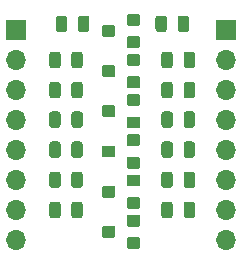
<source format=gbr>
G04 #@! TF.GenerationSoftware,KiCad,Pcbnew,(5.1.9)-1*
G04 #@! TF.CreationDate,2021-04-25T10:49:25+05:30*
G04 #@! TF.ProjectId,LOGIC LEVEL SHIFTER,4c4f4749-4320-44c4-9556-454c20534849,rev?*
G04 #@! TF.SameCoordinates,Original*
G04 #@! TF.FileFunction,Soldermask,Top*
G04 #@! TF.FilePolarity,Negative*
%FSLAX46Y46*%
G04 Gerber Fmt 4.6, Leading zero omitted, Abs format (unit mm)*
G04 Created by KiCad (PCBNEW (5.1.9)-1) date 2021-04-25 10:49:25*
%MOMM*%
%LPD*%
G01*
G04 APERTURE LIST*
%ADD10R,1.700000X1.700000*%
%ADD11O,1.700000X1.700000*%
G04 APERTURE END LIST*
G36*
G01*
X4612500Y806250D02*
X4612500Y-106250D01*
G75*
G02*
X4368750Y-350000I-243750J0D01*
G01*
X3881250Y-350000D01*
G75*
G02*
X3637500Y-106250I0J243750D01*
G01*
X3637500Y806250D01*
G75*
G02*
X3881250Y1050000I243750J0D01*
G01*
X4368750Y1050000D01*
G75*
G02*
X4612500Y806250I0J-243750D01*
G01*
G37*
G36*
G01*
X6487500Y806250D02*
X6487500Y-106250D01*
G75*
G02*
X6243750Y-350000I-243750J0D01*
G01*
X5756250Y-350000D01*
G75*
G02*
X5512500Y-106250I0J243750D01*
G01*
X5512500Y806250D01*
G75*
G02*
X5756250Y1050000I243750J0D01*
G01*
X6243750Y1050000D01*
G75*
G02*
X6487500Y806250I0J-243750D01*
G01*
G37*
G36*
G01*
X3075000Y-15856250D02*
X3075000Y-14943750D01*
G75*
G02*
X3318750Y-14700000I243750J0D01*
G01*
X3806250Y-14700000D01*
G75*
G02*
X4050000Y-14943750I0J-243750D01*
G01*
X4050000Y-15856250D01*
G75*
G02*
X3806250Y-16100000I-243750J0D01*
G01*
X3318750Y-16100000D01*
G75*
G02*
X3075000Y-15856250I0J243750D01*
G01*
G37*
G36*
G01*
X4950000Y-15856250D02*
X4950000Y-14943750D01*
G75*
G02*
X5193750Y-14700000I243750J0D01*
G01*
X5681250Y-14700000D01*
G75*
G02*
X5925000Y-14943750I0J-243750D01*
G01*
X5925000Y-15856250D01*
G75*
G02*
X5681250Y-16100000I-243750J0D01*
G01*
X5193750Y-16100000D01*
G75*
G02*
X4950000Y-15856250I0J243750D01*
G01*
G37*
G36*
G01*
X4950000Y-10756250D02*
X4950000Y-9843750D01*
G75*
G02*
X5193750Y-9600000I243750J0D01*
G01*
X5681250Y-9600000D01*
G75*
G02*
X5925000Y-9843750I0J-243750D01*
G01*
X5925000Y-10756250D01*
G75*
G02*
X5681250Y-11000000I-243750J0D01*
G01*
X5193750Y-11000000D01*
G75*
G02*
X4950000Y-10756250I0J243750D01*
G01*
G37*
G36*
G01*
X3075000Y-10756250D02*
X3075000Y-9843750D01*
G75*
G02*
X3318750Y-9600000I243750J0D01*
G01*
X3806250Y-9600000D01*
G75*
G02*
X4050000Y-9843750I0J-243750D01*
G01*
X4050000Y-10756250D01*
G75*
G02*
X3806250Y-11000000I-243750J0D01*
G01*
X3318750Y-11000000D01*
G75*
G02*
X3075000Y-10756250I0J243750D01*
G01*
G37*
G36*
G01*
X4950000Y-5706250D02*
X4950000Y-4793750D01*
G75*
G02*
X5193750Y-4550000I243750J0D01*
G01*
X5681250Y-4550000D01*
G75*
G02*
X5925000Y-4793750I0J-243750D01*
G01*
X5925000Y-5706250D01*
G75*
G02*
X5681250Y-5950000I-243750J0D01*
G01*
X5193750Y-5950000D01*
G75*
G02*
X4950000Y-5706250I0J243750D01*
G01*
G37*
G36*
G01*
X3075000Y-5706250D02*
X3075000Y-4793750D01*
G75*
G02*
X3318750Y-4550000I243750J0D01*
G01*
X3806250Y-4550000D01*
G75*
G02*
X4050000Y-4793750I0J-243750D01*
G01*
X4050000Y-5706250D01*
G75*
G02*
X3806250Y-5950000I-243750J0D01*
G01*
X3318750Y-5950000D01*
G75*
G02*
X3075000Y-5706250I0J243750D01*
G01*
G37*
G36*
G01*
X14450000Y-15856250D02*
X14450000Y-14943750D01*
G75*
G02*
X14693750Y-14700000I243750J0D01*
G01*
X15181250Y-14700000D01*
G75*
G02*
X15425000Y-14943750I0J-243750D01*
G01*
X15425000Y-15856250D01*
G75*
G02*
X15181250Y-16100000I-243750J0D01*
G01*
X14693750Y-16100000D01*
G75*
G02*
X14450000Y-15856250I0J243750D01*
G01*
G37*
G36*
G01*
X12575000Y-15856250D02*
X12575000Y-14943750D01*
G75*
G02*
X12818750Y-14700000I243750J0D01*
G01*
X13306250Y-14700000D01*
G75*
G02*
X13550000Y-14943750I0J-243750D01*
G01*
X13550000Y-15856250D01*
G75*
G02*
X13306250Y-16100000I-243750J0D01*
G01*
X12818750Y-16100000D01*
G75*
G02*
X12575000Y-15856250I0J243750D01*
G01*
G37*
G36*
G01*
X14450000Y-10756250D02*
X14450000Y-9843750D01*
G75*
G02*
X14693750Y-9600000I243750J0D01*
G01*
X15181250Y-9600000D01*
G75*
G02*
X15425000Y-9843750I0J-243750D01*
G01*
X15425000Y-10756250D01*
G75*
G02*
X15181250Y-11000000I-243750J0D01*
G01*
X14693750Y-11000000D01*
G75*
G02*
X14450000Y-10756250I0J243750D01*
G01*
G37*
G36*
G01*
X12575000Y-10756250D02*
X12575000Y-9843750D01*
G75*
G02*
X12818750Y-9600000I243750J0D01*
G01*
X13306250Y-9600000D01*
G75*
G02*
X13550000Y-9843750I0J-243750D01*
G01*
X13550000Y-10756250D01*
G75*
G02*
X13306250Y-11000000I-243750J0D01*
G01*
X12818750Y-11000000D01*
G75*
G02*
X12575000Y-10756250I0J243750D01*
G01*
G37*
G36*
G01*
X14450000Y-5706250D02*
X14450000Y-4793750D01*
G75*
G02*
X14693750Y-4550000I243750J0D01*
G01*
X15181250Y-4550000D01*
G75*
G02*
X15425000Y-4793750I0J-243750D01*
G01*
X15425000Y-5706250D01*
G75*
G02*
X15181250Y-5950000I-243750J0D01*
G01*
X14693750Y-5950000D01*
G75*
G02*
X14450000Y-5706250I0J243750D01*
G01*
G37*
G36*
G01*
X12575000Y-5706250D02*
X12575000Y-4793750D01*
G75*
G02*
X12818750Y-4550000I243750J0D01*
G01*
X13306250Y-4550000D01*
G75*
G02*
X13550000Y-4793750I0J-243750D01*
G01*
X13550000Y-5706250D01*
G75*
G02*
X13306250Y-5950000I-243750J0D01*
G01*
X12818750Y-5950000D01*
G75*
G02*
X12575000Y-5706250I0J243750D01*
G01*
G37*
G36*
G01*
X4950000Y-13306250D02*
X4950000Y-12393750D01*
G75*
G02*
X5193750Y-12150000I243750J0D01*
G01*
X5681250Y-12150000D01*
G75*
G02*
X5925000Y-12393750I0J-243750D01*
G01*
X5925000Y-13306250D01*
G75*
G02*
X5681250Y-13550000I-243750J0D01*
G01*
X5193750Y-13550000D01*
G75*
G02*
X4950000Y-13306250I0J243750D01*
G01*
G37*
G36*
G01*
X3075000Y-13306250D02*
X3075000Y-12393750D01*
G75*
G02*
X3318750Y-12150000I243750J0D01*
G01*
X3806250Y-12150000D01*
G75*
G02*
X4050000Y-12393750I0J-243750D01*
G01*
X4050000Y-13306250D01*
G75*
G02*
X3806250Y-13550000I-243750J0D01*
G01*
X3318750Y-13550000D01*
G75*
G02*
X3075000Y-13306250I0J243750D01*
G01*
G37*
G36*
G01*
X4950000Y-8206250D02*
X4950000Y-7293750D01*
G75*
G02*
X5193750Y-7050000I243750J0D01*
G01*
X5681250Y-7050000D01*
G75*
G02*
X5925000Y-7293750I0J-243750D01*
G01*
X5925000Y-8206250D01*
G75*
G02*
X5681250Y-8450000I-243750J0D01*
G01*
X5193750Y-8450000D01*
G75*
G02*
X4950000Y-8206250I0J243750D01*
G01*
G37*
G36*
G01*
X3075000Y-8206250D02*
X3075000Y-7293750D01*
G75*
G02*
X3318750Y-7050000I243750J0D01*
G01*
X3806250Y-7050000D01*
G75*
G02*
X4050000Y-7293750I0J-243750D01*
G01*
X4050000Y-8206250D01*
G75*
G02*
X3806250Y-8450000I-243750J0D01*
G01*
X3318750Y-8450000D01*
G75*
G02*
X3075000Y-8206250I0J243750D01*
G01*
G37*
G36*
G01*
X4950000Y-3156250D02*
X4950000Y-2243750D01*
G75*
G02*
X5193750Y-2000000I243750J0D01*
G01*
X5681250Y-2000000D01*
G75*
G02*
X5925000Y-2243750I0J-243750D01*
G01*
X5925000Y-3156250D01*
G75*
G02*
X5681250Y-3400000I-243750J0D01*
G01*
X5193750Y-3400000D01*
G75*
G02*
X4950000Y-3156250I0J243750D01*
G01*
G37*
G36*
G01*
X3075000Y-3156250D02*
X3075000Y-2243750D01*
G75*
G02*
X3318750Y-2000000I243750J0D01*
G01*
X3806250Y-2000000D01*
G75*
G02*
X4050000Y-2243750I0J-243750D01*
G01*
X4050000Y-3156250D01*
G75*
G02*
X3806250Y-3400000I-243750J0D01*
G01*
X3318750Y-3400000D01*
G75*
G02*
X3075000Y-3156250I0J243750D01*
G01*
G37*
G36*
G01*
X14450000Y-13306250D02*
X14450000Y-12393750D01*
G75*
G02*
X14693750Y-12150000I243750J0D01*
G01*
X15181250Y-12150000D01*
G75*
G02*
X15425000Y-12393750I0J-243750D01*
G01*
X15425000Y-13306250D01*
G75*
G02*
X15181250Y-13550000I-243750J0D01*
G01*
X14693750Y-13550000D01*
G75*
G02*
X14450000Y-13306250I0J243750D01*
G01*
G37*
G36*
G01*
X12575000Y-13306250D02*
X12575000Y-12393750D01*
G75*
G02*
X12818750Y-12150000I243750J0D01*
G01*
X13306250Y-12150000D01*
G75*
G02*
X13550000Y-12393750I0J-243750D01*
G01*
X13550000Y-13306250D01*
G75*
G02*
X13306250Y-13550000I-243750J0D01*
G01*
X12818750Y-13550000D01*
G75*
G02*
X12575000Y-13306250I0J243750D01*
G01*
G37*
G36*
G01*
X14450000Y-8206250D02*
X14450000Y-7293750D01*
G75*
G02*
X14693750Y-7050000I243750J0D01*
G01*
X15181250Y-7050000D01*
G75*
G02*
X15425000Y-7293750I0J-243750D01*
G01*
X15425000Y-8206250D01*
G75*
G02*
X15181250Y-8450000I-243750J0D01*
G01*
X14693750Y-8450000D01*
G75*
G02*
X14450000Y-8206250I0J243750D01*
G01*
G37*
G36*
G01*
X12575000Y-8206250D02*
X12575000Y-7293750D01*
G75*
G02*
X12818750Y-7050000I243750J0D01*
G01*
X13306250Y-7050000D01*
G75*
G02*
X13550000Y-7293750I0J-243750D01*
G01*
X13550000Y-8206250D01*
G75*
G02*
X13306250Y-8450000I-243750J0D01*
G01*
X12818750Y-8450000D01*
G75*
G02*
X12575000Y-8206250I0J243750D01*
G01*
G37*
G36*
G01*
X14450000Y-3156250D02*
X14450000Y-2243750D01*
G75*
G02*
X14693750Y-2000000I243750J0D01*
G01*
X15181250Y-2000000D01*
G75*
G02*
X15425000Y-2243750I0J-243750D01*
G01*
X15425000Y-3156250D01*
G75*
G02*
X15181250Y-3400000I-243750J0D01*
G01*
X14693750Y-3400000D01*
G75*
G02*
X14450000Y-3156250I0J243750D01*
G01*
G37*
G36*
G01*
X12575000Y-3156250D02*
X12575000Y-2243750D01*
G75*
G02*
X12818750Y-2000000I243750J0D01*
G01*
X13306250Y-2000000D01*
G75*
G02*
X13550000Y-2243750I0J-243750D01*
G01*
X13550000Y-3156250D01*
G75*
G02*
X13306250Y-3400000I-243750J0D01*
G01*
X12818750Y-3400000D01*
G75*
G02*
X12575000Y-3156250I0J243750D01*
G01*
G37*
G36*
G01*
X8559760Y-17750380D02*
X7660600Y-17750380D01*
G75*
G02*
X7559000Y-17648780I0J101600D01*
G01*
X7559000Y-16851220D01*
G75*
G02*
X7660600Y-16749620I101600J0D01*
G01*
X8559760Y-16749620D01*
G75*
G02*
X8661360Y-16851220I0J-101600D01*
G01*
X8661360Y-17648780D01*
G75*
G02*
X8559760Y-17750380I-101600J0D01*
G01*
G37*
G36*
G01*
X10657800Y-16800420D02*
X9758640Y-16800420D01*
G75*
G02*
X9657040Y-16698820I0J101600D01*
G01*
X9657040Y-15901260D01*
G75*
G02*
X9758640Y-15799660I101600J0D01*
G01*
X10657800Y-15799660D01*
G75*
G02*
X10759400Y-15901260I0J-101600D01*
G01*
X10759400Y-16698820D01*
G75*
G02*
X10657800Y-16800420I-101600J0D01*
G01*
G37*
G36*
G01*
X10657800Y-18700340D02*
X9758640Y-18700340D01*
G75*
G02*
X9657040Y-18598740I0J101600D01*
G01*
X9657040Y-17801180D01*
G75*
G02*
X9758640Y-17699580I101600J0D01*
G01*
X10657800Y-17699580D01*
G75*
G02*
X10759400Y-17801180I0J-101600D01*
G01*
X10759400Y-18598740D01*
G75*
G02*
X10657800Y-18700340I-101600J0D01*
G01*
G37*
G36*
G01*
X8559760Y-10950380D02*
X7660600Y-10950380D01*
G75*
G02*
X7559000Y-10848780I0J101600D01*
G01*
X7559000Y-10051220D01*
G75*
G02*
X7660600Y-9949620I101600J0D01*
G01*
X8559760Y-9949620D01*
G75*
G02*
X8661360Y-10051220I0J-101600D01*
G01*
X8661360Y-10848780D01*
G75*
G02*
X8559760Y-10950380I-101600J0D01*
G01*
G37*
G36*
G01*
X10657800Y-10000420D02*
X9758640Y-10000420D01*
G75*
G02*
X9657040Y-9898820I0J101600D01*
G01*
X9657040Y-9101260D01*
G75*
G02*
X9758640Y-8999660I101600J0D01*
G01*
X10657800Y-8999660D01*
G75*
G02*
X10759400Y-9101260I0J-101600D01*
G01*
X10759400Y-9898820D01*
G75*
G02*
X10657800Y-10000420I-101600J0D01*
G01*
G37*
G36*
G01*
X10657800Y-11900340D02*
X9758640Y-11900340D01*
G75*
G02*
X9657040Y-11798740I0J101600D01*
G01*
X9657040Y-11001180D01*
G75*
G02*
X9758640Y-10899580I101600J0D01*
G01*
X10657800Y-10899580D01*
G75*
G02*
X10759400Y-11001180I0J-101600D01*
G01*
X10759400Y-11798740D01*
G75*
G02*
X10657800Y-11900340I-101600J0D01*
G01*
G37*
G36*
G01*
X8559760Y-4150380D02*
X7660600Y-4150380D01*
G75*
G02*
X7559000Y-4048780I0J101600D01*
G01*
X7559000Y-3251220D01*
G75*
G02*
X7660600Y-3149620I101600J0D01*
G01*
X8559760Y-3149620D01*
G75*
G02*
X8661360Y-3251220I0J-101600D01*
G01*
X8661360Y-4048780D01*
G75*
G02*
X8559760Y-4150380I-101600J0D01*
G01*
G37*
G36*
G01*
X10657800Y-3200420D02*
X9758640Y-3200420D01*
G75*
G02*
X9657040Y-3098820I0J101600D01*
G01*
X9657040Y-2301260D01*
G75*
G02*
X9758640Y-2199660I101600J0D01*
G01*
X10657800Y-2199660D01*
G75*
G02*
X10759400Y-2301260I0J-101600D01*
G01*
X10759400Y-3098820D01*
G75*
G02*
X10657800Y-3200420I-101600J0D01*
G01*
G37*
G36*
G01*
X10657800Y-5100340D02*
X9758640Y-5100340D01*
G75*
G02*
X9657040Y-4998740I0J101600D01*
G01*
X9657040Y-4201180D01*
G75*
G02*
X9758640Y-4099580I101600J0D01*
G01*
X10657800Y-4099580D01*
G75*
G02*
X10759400Y-4201180I0J-101600D01*
G01*
X10759400Y-4998740D01*
G75*
G02*
X10657800Y-5100340I-101600J0D01*
G01*
G37*
G36*
G01*
X8559760Y-14350380D02*
X7660600Y-14350380D01*
G75*
G02*
X7559000Y-14248780I0J101600D01*
G01*
X7559000Y-13451220D01*
G75*
G02*
X7660600Y-13349620I101600J0D01*
G01*
X8559760Y-13349620D01*
G75*
G02*
X8661360Y-13451220I0J-101600D01*
G01*
X8661360Y-14248780D01*
G75*
G02*
X8559760Y-14350380I-101600J0D01*
G01*
G37*
G36*
G01*
X10657800Y-13400420D02*
X9758640Y-13400420D01*
G75*
G02*
X9657040Y-13298820I0J101600D01*
G01*
X9657040Y-12501260D01*
G75*
G02*
X9758640Y-12399660I101600J0D01*
G01*
X10657800Y-12399660D01*
G75*
G02*
X10759400Y-12501260I0J-101600D01*
G01*
X10759400Y-13298820D01*
G75*
G02*
X10657800Y-13400420I-101600J0D01*
G01*
G37*
G36*
G01*
X10657800Y-15300340D02*
X9758640Y-15300340D01*
G75*
G02*
X9657040Y-15198740I0J101600D01*
G01*
X9657040Y-14401180D01*
G75*
G02*
X9758640Y-14299580I101600J0D01*
G01*
X10657800Y-14299580D01*
G75*
G02*
X10759400Y-14401180I0J-101600D01*
G01*
X10759400Y-15198740D01*
G75*
G02*
X10657800Y-15300340I-101600J0D01*
G01*
G37*
G36*
G01*
X8559760Y-7550380D02*
X7660600Y-7550380D01*
G75*
G02*
X7559000Y-7448780I0J101600D01*
G01*
X7559000Y-6651220D01*
G75*
G02*
X7660600Y-6549620I101600J0D01*
G01*
X8559760Y-6549620D01*
G75*
G02*
X8661360Y-6651220I0J-101600D01*
G01*
X8661360Y-7448780D01*
G75*
G02*
X8559760Y-7550380I-101600J0D01*
G01*
G37*
G36*
G01*
X10657800Y-6600420D02*
X9758640Y-6600420D01*
G75*
G02*
X9657040Y-6498820I0J101600D01*
G01*
X9657040Y-5701260D01*
G75*
G02*
X9758640Y-5599660I101600J0D01*
G01*
X10657800Y-5599660D01*
G75*
G02*
X10759400Y-5701260I0J-101600D01*
G01*
X10759400Y-6498820D01*
G75*
G02*
X10657800Y-6600420I-101600J0D01*
G01*
G37*
G36*
G01*
X10657800Y-8500340D02*
X9758640Y-8500340D01*
G75*
G02*
X9657040Y-8398740I0J101600D01*
G01*
X9657040Y-7601180D01*
G75*
G02*
X9758640Y-7499580I101600J0D01*
G01*
X10657800Y-7499580D01*
G75*
G02*
X10759400Y-7601180I0J-101600D01*
G01*
X10759400Y-8398740D01*
G75*
G02*
X10657800Y-8500340I-101600J0D01*
G01*
G37*
G36*
G01*
X8559760Y-750380D02*
X7660600Y-750380D01*
G75*
G02*
X7559000Y-648780I0J101600D01*
G01*
X7559000Y148780D01*
G75*
G02*
X7660600Y250380I101600J0D01*
G01*
X8559760Y250380D01*
G75*
G02*
X8661360Y148780I0J-101600D01*
G01*
X8661360Y-648780D01*
G75*
G02*
X8559760Y-750380I-101600J0D01*
G01*
G37*
G36*
G01*
X10657800Y199580D02*
X9758640Y199580D01*
G75*
G02*
X9657040Y301180I0J101600D01*
G01*
X9657040Y1098740D01*
G75*
G02*
X9758640Y1200340I101600J0D01*
G01*
X10657800Y1200340D01*
G75*
G02*
X10759400Y1098740I0J-101600D01*
G01*
X10759400Y301180D01*
G75*
G02*
X10657800Y199580I-101600J0D01*
G01*
G37*
G36*
G01*
X10657800Y-1700340D02*
X9758640Y-1700340D01*
G75*
G02*
X9657040Y-1598740I0J101600D01*
G01*
X9657040Y-801180D01*
G75*
G02*
X9758640Y-699580I101600J0D01*
G01*
X10657800Y-699580D01*
G75*
G02*
X10759400Y-801180I0J-101600D01*
G01*
X10759400Y-1598740D01*
G75*
G02*
X10657800Y-1700340I-101600J0D01*
G01*
G37*
D10*
X18030000Y-150000D03*
D11*
X18030000Y-2690000D03*
X18030000Y-5230000D03*
X18030000Y-7770000D03*
X18030000Y-10310000D03*
X18030000Y-12850000D03*
X18030000Y-15390000D03*
X18030000Y-17930000D03*
X250000Y-17930000D03*
X250000Y-15390000D03*
X250000Y-12850000D03*
X250000Y-10310000D03*
X250000Y-7770000D03*
X250000Y-5230000D03*
X250000Y-2690000D03*
D10*
X250000Y-150000D03*
G36*
G01*
X13050000Y806250D02*
X13050000Y-106250D01*
G75*
G02*
X12806250Y-350000I-243750J0D01*
G01*
X12318750Y-350000D01*
G75*
G02*
X12075000Y-106250I0J243750D01*
G01*
X12075000Y806250D01*
G75*
G02*
X12318750Y1050000I243750J0D01*
G01*
X12806250Y1050000D01*
G75*
G02*
X13050000Y806250I0J-243750D01*
G01*
G37*
G36*
G01*
X14925000Y806250D02*
X14925000Y-106250D01*
G75*
G02*
X14681250Y-350000I-243750J0D01*
G01*
X14193750Y-350000D01*
G75*
G02*
X13950000Y-106250I0J243750D01*
G01*
X13950000Y806250D01*
G75*
G02*
X14193750Y1050000I243750J0D01*
G01*
X14681250Y1050000D01*
G75*
G02*
X14925000Y806250I0J-243750D01*
G01*
G37*
M02*

</source>
